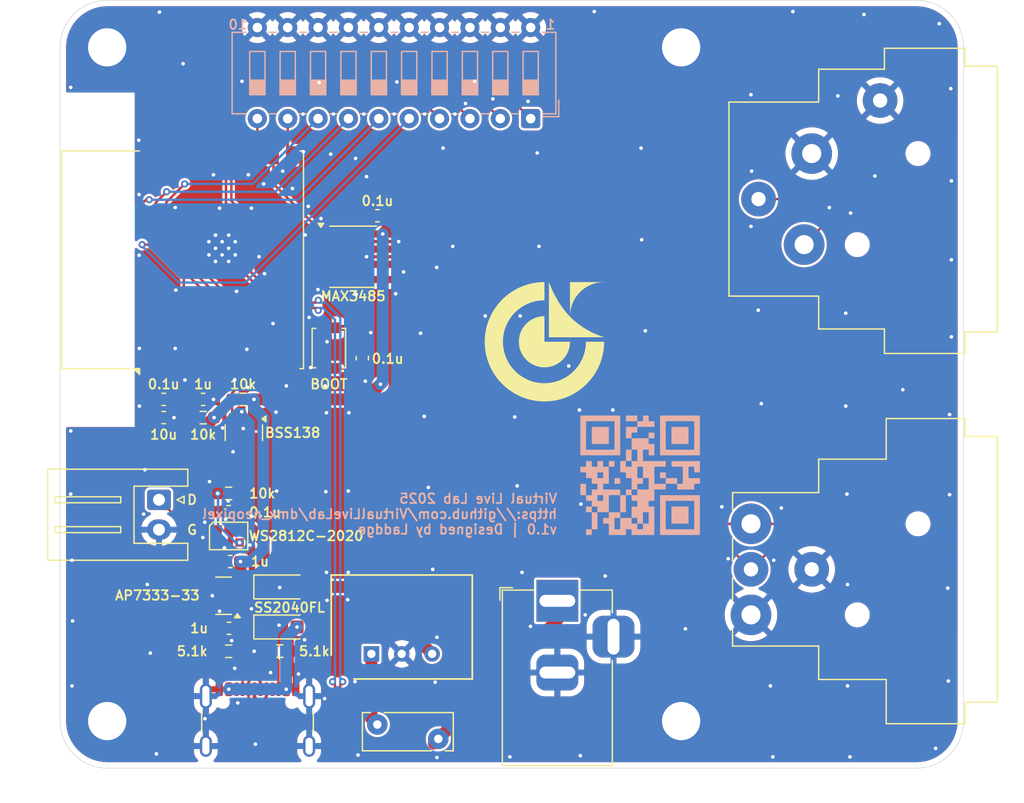
<source format=kicad_pcb>
(kicad_pcb (version 20241229) (generator "pcbnew") (generator_version "9.0")
  (layers (0 "F.Cu" signal) (2 "B.Cu" signal) (13 "F.Paste" user) (15 "B.Paste" user) (5 "F.SilkS" user "F.Silkscreen") (7 "B.SilkS" user "B.Silkscreen") (1 "F.Mask" user) (3 "B.Mask" user) (25 "Edge.Cuts" user))
  (net 0 "")
  (net 1 "+5V")
  (net 2 "GND")
  (net 3 "+3.3V")
  (net 4 "Net-(D1-A)")
  (net 5 "Net-(D2-A)")
  (net 6 "Net-(D3-DIN)")
  (net 7 "Net-(D3-DOUT)")
  (net 8 "Net-(U3-EN)")
  (net 9 "+12V")
  (net 10 "USB_D+")
  (net 11 "Net-(U1-Vin)")
  (net 13 "USB_D-")
  (net 14 "Net-(J2-CC2)")
  (net 16 "Net-(J2-CC1)")
  (net 17 "SW_1")
  (net 18 "BOOT")
  (net 19 "LED_DATA")
  (net 20 "SW_4")
  (net 21 "SW_3")
  (net 22 "SW_2")
  (net 23 "SW_7")
  (net 24 "SW_5")
  (net 25 "SW_9")
  (net 26 "SW_8")
  (net 27 "SW_6")
  (net 28 "SW_10")
  (net 29 "DMX_IN")
  (net 31 "DMX_D+")
  (net 32 "DMX_D-")
  (footprint "Capacitor_SMD:C_0603_1608Metric_Pad1.08x0.95mm_HandSolder" (layer "F.Cu") (at 123.063 114.157 180)
    (property "Reference" "C6" (hide yes))
    (property "Value" "1u")
  )
  (footprint "Capacitor_SMD:C_0603_1608Metric_Pad1.08x0.95mm_HandSolder" (layer "F.Cu") (at 117.5015 102.108)
    (property "Reference" "C4" (hide yes))
    (property "Value" "10u")
  )
  (footprint "Package_TO_SOT_SMD:SOT-23" (layer "F.Cu") (at 124.206 103.378 -90)
    (property "Reference" "Q1" (hide yes))
    (property "Value" "BSS138")
  )
  (footprint "Package_SIP:SIP3_11.6x8.5mm" (layer "F.Cu") (at 134.874 121.884)
    (property "Reference" "U1" (hide yes))
    (property "Value" "BP5293-50")
  )
  (footprint "Connector_Audio:Jack_XLR_Neutrik_NC3MAH_Horizontal" (layer "F.Cu") (at 166.624 118.618 90)
    (property "Reference" "J4" (hide yes))
    (property "Value" "NC3MAH")
  )
  (footprint "Capacitor_SMD:C_0603_1608Metric_Pad1.08x0.95mm_HandSolder" (layer "F.Cu") (at 120.8035 100.584)
    (property "Reference" "C7" (hide yes))
    (property "Value" "1u")
  )
  (footprint "MountingHole:MountingHole_3.2mm_M3_Pad_TopBottom" (layer "F.Cu") (at 160.782 127.508)
    (property "Reference" "H3" (hide yes))
    (property "Value" "MountingHole_Pad")
  )
  (footprint "Package_SO:SOIC-8_3.9x4.9mm_P1.27mm" (layer "F.Cu") (at 133.35 88.646)
    (property "Reference" "U4" (hide yes))
    (property "Value" "MAX3485")
  )
  (footprint "Connector_BarrelJack:BarrelJack_Horizontal" (layer "F.Cu") (at 150.4265 117.444 90)
    (property "Reference" "J1" (hide yes))
    (property "Value" "Jack-DC")
  )
  (footprint "Button_Switch_SMD:SW_SPST_B3U-1000P" (layer "F.Cu") (at 131.318 96.291 -90)
    (property "Reference" "SW1" (hide yes))
    (property "Value" "SW_Push")
  )
  (footprint "Resistor_SMD:R_0603_1608Metric_Pad0.98x0.95mm_HandSolder" (layer "F.Cu") (at 124.14 100.584 180)
    (property "Reference" "R3" (hide yes))
    (property "Value" "10k")
  )
  (footprint "Resistor_SMD:R_0603_1608Metric_Pad0.98x0.95mm_HandSolder" (layer "F.Cu") (at 127.2215 121.65)
    (property "Reference" "R2" (hide yes))
    (property "Value" "5.1k")
  )
  (footprint "MountingHole:MountingHole_3.2mm_M3_Pad_TopBottom" (layer "F.Cu") (at 112.776 71.12)
    (property "Reference" "H1" (hide yes))
    (property "Value" "MountingHole_Pad")
  )
  (footprint "Connector_Audio:Jack_XLR_Neutrik_NC3FAH2_Horizontal" (layer "F.Cu") (at 171.704 80.01)
    (property "Reference" "J5" (hide yes))
    (property "Value" "NC3FAH2")
  )
  (footprint "Resistor_SMD:R_0603_1608Metric_Pad0.98x0.95mm_HandSolder" (layer "F.Cu") (at 122.936 108.458 180)
    (property "Reference" "R4" (hide yes))
    (property "Value" "10k")
  )
  (footprint "Capacitor_SMD:C_0603_1608Metric_Pad1.08x0.95mm_HandSolder" (layer "F.Cu") (at 122.9625 119.745 180)
    (property "Reference" "C3" (hide yes))
    (property "Value" "1u")
  )
  (footprint "Fuse:Fuse_Bourns_MF-RHT050" (layer "F.Cu") (at 140.472 128.997 180)
    (property "Reference" "F1" (hide yes))
    (property "Value" "MF-R050")
  )
  (footprint "Connector_JST:JST_XH_S2B-XH-A_1x02_P2.50mm_Horizontal" (layer "F.Cu") (at 117.11 108.986 -90)
    (property "Reference" "J3" (hide yes))
    (property "Value" "Conn_01x02_Pin")
  )
  (footprint "Diode_SMD:D_SOD-123F" (layer "F.Cu") (at 127.254 119.634)
    (property "Reference" "D1" (hide yes))
    (property "Value" "SS2040FL")
  )
  (footprint "Resistor_SMD:R_0603_1608Metric_Pad0.98x0.95mm_HandSolder" (layer "F.Cu") (at 122.936 121.666 180)
    (property "Reference" "R1" (hide yes))
    (property "Value" "5.1k")
  )
  (footprint "LED_SMD:LED_WS2812B-2020_PLCC4_2.0x2.0mm" (layer "F.Cu") (at 122.936 112.014)
    (property "Reference" "D3" (hide yes))
    (property "Value" "WS2812C-2020")
  )
  (footprint "Library:vll_logo" (layer "F.Cu") (at 149.352 95.758)
    (property "Reference" "G***" (hide yes))
    (property "Value" "LOGO" (hide yes))
  )
  (footprint "Capacitor_SMD:C_0603_1608Metric_Pad1.08x0.95mm_HandSolder" (layer "F.Cu") (at 117.5015 100.584)
    (property "Reference" "C5" (hide yes))
    (property "Value" "0.1u")
  )
  (footprint "Capacitor_SMD:C_0603_1608Metric_Pad1.08x0.95mm_HandSolder" (layer "F.Cu") (at 134.112 97.1285 -90)
    (property "Reference" "C1" (hide yes))
    (property "Value" "0.1u")
  )
  (footprint "Diode_SMD:D_SOD-123F" (layer "F.Cu") (at 127.254 116.284)
    (property "Reference" "D2" (hide yes))
    (property "Value" "SS2040FL")
  )
  (footprint "RF_Module:ESP32-C3-WROOM-02" (layer "F.Cu") (at 122.186 88.9 90)
    (property "Reference" "U3" (hide yes))
    (property "Value" "ESP32-C3-WROOM-02")
  )
  (footprint "Resistor_SMD:R_0603_1608Metric_Pad0.98x0.95mm_HandSolder" (layer "F.Cu") (at 120.8035 102.108 180)
    (property "Reference" "R5" (hide yes))
    (property "Value" "10k")
  )
  (footprint "Package_TO_SOT_SMD:SOT-23" (layer "F.Cu") (at 122.5065 117.017 180)
    (property "Reference" "U2" (hide yes))
    (property "Value" "AP7333-33SA")
  )
  (footprint "MountingHole:MountingHole_3.2mm_M3_Pad_TopBottom" (layer "F.Cu") (at 112.776 127.508)
    (property "Reference" "H4" (hide yes))
    (property "Value" "MountingHole_Pad")
  )
  (footprint "Connector_USB:USB_C_Receptacle_GCT_USB4105-xx-A_16P_TopMnt_Horizontal" (layer "F.Cu") (at 125.349 128.524)
    (property "Reference" "J2" (hide yes))
    (property "Value" "USB_C_Receptacle_USB2.0_16P")
  )
  (footprint "Capacitor_SMD:C_0603_1608Metric_Pad1.08x0.95mm_HandSolder" (layer "F.Cu") (at 135.382 85.217)
    (property "Reference" "C8" (hide yes))
    (property "Value" "0.1u")
  )
  (footprint "MountingHole:MountingHole_3.2mm_M3_Pad_TopBottom" (layer "F.Cu") (at 160.782 71.12)
    (property "Reference" "H2" (hide yes))
    (property "Value" "MountingHole_Pad")
  )
  (footprint "Capacitor_SMD:C_0603_1608Metric_Pad1.08x0.95mm_HandSolder" (layer "F.Cu") (at 122.936 109.982)
    (property "Reference" "C2" (hide yes))
    (property "Value" "0.1u")
  )
  (footprint "QRCODE" (layer "B.Cu") (at 162.353 101.934 180)
    (property "Reference" "")
    (property "Value" "http://LDDG.ME/VLLD2N")
  )
  (footprint "Button_Switch_THT:SW_DIP_SPSTx10_Slide_6.7x26.96mm_W7.62mm_P2.54mm_LowProfile" (layer "B.Cu") (at 148.1965 77.084 90)
    (property "Reference" "SW2" (hide yes))
    (property "Value" "SW_DIP_x10")
  )
  (gr_arc (start 184.404 127.508) (mid 183.250879 130.291879) (end 180.467 131.445) (stroke (width 0.05)) (layer "Edge.Cuts"))
  (gr_line (start 108.839 71.12) (end 108.839 127.508) (stroke (width 0.05)) (layer "Edge.Cuts"))
  (gr_line (start 180.467 131.445) (end 112.776 131.445) (stroke (width 0.05)) (layer "Edge.Cuts"))
  (gr_line (start 184.414121 71.12) (end 184.403999 127.507999) (stroke (width 0.05)) (layer "Edge.Cuts"))
  (gr_line (start 112.776 67.183) (end 180.4771 67.183) (stroke (width 0.05)) (layer "Edge.Cuts"))
  (gr_arc (start 112.776 131.445) (mid 109.992121 130.291879) (end 108.839 127.508) (stroke (width 0.05)) (layer "Edge.Cuts"))
  (gr_arc (start 108.839 71.12) (mid 109.992121 68.336121) (end 112.776 67.183) (stroke (width 0.05)) (layer "Edge.Cuts"))
  (gr_arc (start 180.477121 67.183) (mid 183.261 68.336121) (end 184.414121 71.12) (stroke (width 0.05)) (layer "Edge.Cuts"))
  (gr_text "MAX3485" (at 133.35 91.948 0) (layer "F.SilkS") (effects (font (size 0.8 0.8))))
  (gr_text "G" (at 119.38 111.506 0) (layer "F.SilkS") (effects (font (size 0.8 0.8)) (justify left)))
  (gr_text "10k" (at 124.14 99.314 0) (layer "F.SilkS") (effects (font (size 0.8 0.8))))
  (gr_text "BOOT" (at 131.318 99.314 0) (layer "F.SilkS") (effects (font (size 0.8 0.8) (thickness 0.15) (bold yes))))
  (gr_text "10k" (at 124.5616 108.458 0) (layer "F.SilkS") (effects (font (size 0.8 0.8)) (justify left)))
  (gr_text "AP7333-33" (at 120.5992 116.9924 0) (layer "F.SilkS") (effects (font (size 0.8 0.8)) (justify right)))
  (gr_text "10k" (at 120.8024 103.5304 0) (layer "F.SilkS") (effects (font (size 0.8 0.8))))
  (gr_text "D" (at 119.38 108.986 0) (layer "F.SilkS") (effects (font (size 0.8 0.8)) (justify left)))
  (gr_text "BSS138" (at 125.8824 103.378 0) (layer "F.SilkS") (effects (font (size 0.8 0.8)) (justify left)))
  (gr_text "5.1k" (at 121.2596 121.666 0) (layer "F.SilkS") (effects (font (size 0.8 0.8)) (justify right)))
  (gr_text "0.1u" (at 117.5004 99.314 0) (layer "F.SilkS") (effects (font (size 0.8 0.8))))
  (gr_text "1u" (at 124.714 114.1476 0) (layer "F.SilkS") (effects (font (size 0.8 0.8)) (justify left)))
  (gr_text "5.1k" (at 130.0988 121.666 0) (layer "F.SilkS") (effects (font (size 0.8 0.8))))
  (gr_text "1u" (at 120.8024 99.314 0) (layer "F.SilkS") (effects (font (size 0.8 0.8))))
  (gr_text "0.1u" (at 134.8232 97.1804 0) (layer "F.SilkS") (effects (font (size 0.8 0.8)) (justify left)))
  (gr_text "10u" (at 117.5004 103.5304 0) (layer "F.SilkS") (effects (font (size 0.8 0.8))))
  (gr_text "0.1u" (at 124.5616 110.0328 0) (layer "F.SilkS") (effects (font (size 0.8 0.8)) (justify left)))
  (gr_text "SS2040FL" (at 124.968 118.0084 0) (layer "F.SilkS") (effects (font (size 0.8 0.8)) (justify left)))
  (gr_text "1u" (at 121.3104 119.7356 0) (layer "F.SilkS") (effects (font (size 0.8 0.8)) (justify right)))
  (gr_text "0.1u" (at 135.382 83.9724 0) (layer "F.SilkS") (effects (font (size 0.8 0.8))))
  (gr_text "WS2812C-2020" (at 124.536 112.014 0) (layer "F.SilkS") (effects (font (size 0.8 0.8)) (justify left)))
  (gr_text "Virtual Live Lab 2025\nhttps://github.com/VirtualLiveLab/dmx_neopixel\nv1.0 | Designed by Laddge" (at 150.495 111.934 0) (layer "B.SilkS") (effects (font (size 0.8 0.8) (thickness 0.15) (bold yes)) (justify left bottom mirror)))
  (gr_text "10" (at 123.698 69.215 0) (layer "B.SilkS") (effects (font (size 0.8 0.8)) (justify mirror)))
  (gr_text "1" (at 149.86 69.215 0) (layer "B.SilkS") (effects (font (size 0.8 0.8)) (justify mirror)))
  (segment (start 123.7985 111.4115) (end 123.851 111.464) (width 1) (layer "F.Cu") (net 1))
  (segment (start 124.853 111.464) (end 125.854 112.465) (width 1) (layer "F.Cu") (net 1))
  (segment (start 123.825 119.745) (end 123.825 118.348) (width 1) (layer "F.Cu") (net 1))
  (segment (start 123.8485 108.458) (end 123.8485 109.932) (width 1) (layer "F.Cu") (net 1))
  (segment (start 123.851 111.464) (end 124.853 111.464) (width 1) (layer "F.Cu") (net 1))
  (segment (start 125.854 116.284) (end 125.854 119.634) (width 1) (layer "F.Cu") (net 1))
  (segment (start 125.854 112.465) (end 125.854 116.284) (width 1) (layer "F.Cu") (net 1))
  (segment (start 123.936 119.634) (end 123.825 119.745) (width 1) (layer "F.Cu") (net 1))
  (segment (start 123.8485 109.932) (end 123.7985 109.982) (width 1) (layer "F.Cu") (net 1))
  (segment (start 123.825 118.348) (end 123.444 117.967) (width 1) (layer "F.Cu") (net 1))
  (segment (start 125.854 119.634) (end 123.936 119.634) (width 1) (layer "F.Cu") (net 1))
  (segment (start 123.7985 109.982) (end 123.7985 111.4115) (width 1) (layer "F.Cu") (net 1))
  (segment (start 122.567 102.8326) (end 122.567 101.485) (width 0.3) (layer "F.Cu") (net 2))
  (segment (start 122.8985 109.093) (end 122.8985 109.157) (width 0.4) (layer "F.Cu") (net 2))
  (segment (start 122.428 102.9716) (end 122.567 102.8326) (width 0.3) (layer "F.Cu") (net 2))
  (segment (start 122.0735 109.982) (end 122.0735 110.0085) (width 0.4) (layer "F.Cu") (net 2))
  (segment (start 122.0735 110.0085) (end 122.682 110.617) (width 0.4) (layer "F.Cu") (net 2))
  (segment (start 122.567 101.485) (end 121.666 100.584) (width 0.3) (layer "F.Cu") (net 2))
  (segment (start 122.8985 109.157) (end 122.0735 109.982) (width 0.4) (layer "F.Cu") (net 2))
  (via (at 148.1836 119.5832) (size 0.6) (drill 0.3) (layers "F.Cu" "B.Cu") (net 2))
  (via (at 137.5664 89.916) (size 0.6) (drill 0.3) (layers "F.Cu" "B.Cu") (net 2))
  (via (at 176.9872 81.8896) (size 0.6) (drill 0.3) (layers "F.Cu" "B.Cu") (net 2))
  (via (at 131.1148 115.062) (size 0.6) (drill 0.3) (layers "F.Cu" "B.Cu") (net 2))
  (via (at 173.1772 84.5312) (size 0.6) (drill 0.3) (layers "F.Cu" "B.Cu") (net 2))
  (via (at 183.2356 101.854) (size 0.6) (drill 0.3) (layers "F.Cu" "B.Cu") (net 2))
  (via (at 115.4176 78.8924) (size 0.6) (drill 0.3) (layers "F.Cu" "B.Cu") (net 2))
  (via (at 138.9888 95.0468) (size 0.6) (drill 0.3) (layers "F.Cu" "B.Cu") (net 2))
  (via (at 148.8948 87.7824) (size 0.6) (drill 0.3) (layers "F.Cu" "B.Cu") (net 2))
  (via (at 141.6812 87.7824) (size 0.6) (drill 0.3) (layers "F.Cu" "B.Cu") (net 2))
  (via (at 140.335 89.535) (size 0.6) (drill 0.3) (layers "F.Cu" "B.Cu") (net 2))
  (via (at 179.324 99.7712) (size 0.6) (drill 0.3) (layers "F.Cu" "B.Cu") (net 2))
  (via (at 118.4656 96.3168) (size 0.6) (drill 0.3) (layers "F.Cu" "B.Cu") (net 2))
  (via (at 122.174 84.582) (size 0.6) (drill 0.3) (layers "F.Cu" "B.Cu") (net 2))
  (via (at 174.7012 116.078) (size 0.6) (drill 0.3) (layers "F.Cu" "B.Cu") (net 2))
  (via (at 133.5024 124.206) (size 0.6) (drill 0.3) (layers "F.Cu" "B.Cu") (net 2))
  (via (at 125.0696 121.666) (size 0.6) (drill 0.3) (layers "F.Cu" "B.Cu") (net 2))
  (via (at 124.033 101.616) (size 0.6) (drill 0.3) (layers "F.Cu" "B.Cu") (net 2))
  (via (at 155.067 101.473) (size 0.6) (drill 0.3) (layers "F.Cu" "B.Cu") (net 2))
  (via (at 122.8985 109.093) (size 0.5) (drill 0.3) (layers "F.Cu" "B.Cu") (net 2))
  (via (at 140.208 124.2568) (size 0.6) (drill 0.3) (layers "F.Cu" "B.Cu") (net 2))
  (via (at 157.48 87.2236) (size 0.6) (drill 0.3) (layers "F.Cu" "B.Cu") (net 2))
  (via (at 126.4412 123.444) (size 0.6) (drill 0.3) (layers "F.Cu" "B.Cu") (net 2))
  (via (at 131.699 76.708) (size 0.6) (drill 0.3) (layers "F.Cu" "B.Cu") (net 2))
  (via (at 129.1844 79.8576) (size 0.6) (drill 0.3) (layers "F.Cu" "B.Cu") (net 2))
  (via (at 137.0076 74.0156) (size 0.6) (drill 0.3) (layers "F.Cu" "B.Cu") (net 2))
  (via (at 147.4724 115.062) (size 0.6) (drill 0.3) (layers "F.Cu" "B.Cu") (net 2))
  (via (at 124.46 96.393) (size 0.6) (drill 0.3) (layers "F.Cu" "B.Cu") (net 2))
  (via (at 129.5908 84.4296) (size 0.6) (drill 0.3) (layers "F.Cu" "B.Cu") (net 2))
  (via (at 118.4656 84.5312) (size 0.6) (drill 0.3) (layers "F.Cu" "B.Cu") (net 2))
  (via (at 131.064 108.3056) (size 0.6) (drill 0.3) (layers "F.Cu" "B.Cu") (net 2))
  (via (at 174.5488 93.3704) (size 0.6) (drill 0.3) (layers "F.Cu" "B.Cu") (net 2))
  (via (at 120.9548 127.3048) (size 0.6) (drill 0.3) (layers "F.Cu" "B.Cu") (net 2))
  (via (at 151.384 97.79) (size 0.6) (drill 0.3) (layers "F.Cu" "B.Cu") (net 2))
  (via (at 182.0672 129.794) (size 0.6) (drill 0.3) (layers "F.Cu" "B.Cu") (net 2))
  (via (at 124.8316 110.363) (size 0.6) (drill 0.3) (layers "F.Cu" "B.Cu") (net 2))
  (via (at 109.728 103.2256) (size 0.6) (drill 0.3) (layers "F.Cu" "B.Cu") (net 2))
  (via (at 133.7564 130.3528) (size 0.6) (drill 0.3) (layers "F.Cu" "B.Cu") (net 2))
  (via (at 116.8908 130.2512) (size 0.6) (drill 0.3) (layers "F.Cu" "B.Cu") (net 2))
  (via (at 139.2936 102.0064) (size 0.6) (drill 0.3) (layers "F.Cu" "B.Cu") (net 2))
  (via (at 131.1148 101.7016) (size 0.6) (drill 0.3) (layers "F.Cu" "B.Cu") (net 2))
  (via (at 136.906 91.7448) (size 0.6) (drill 0.3) (layers "F.Cu" "B.Cu") (net 2))
  (via (at 134.4676 81.9404) (size 0.6) (drill 0.3) (layers "F.Cu" "B.Cu") (net 2))
  (via (at 133.604 91.7956) (size 0.6) (drill 0.3) (layers "F.Cu" "B.Cu") (net 2))
  (via (at 122.682 110.617) (size 0.6) (drill 0.3) (layers "F.Cu" "B.Cu") (net 2))
  (via (at 148.7424 79.9592) (size 0.6) (drill 0.3) (layers "F.Cu" "B.Cu") (net 2))
  (via (at 109.728 74.4728) (size 0.6) (drill 0.3) (layers "F.Cu" "B.Cu") (net 2))
  (via (at 124.1552 103.0224) (size 0.6) (drill 0.3) (layers "F.Cu" "B.Cu") (net 2))
  (via (at 120.777 112.141) (size 0.6) (drill 0.3) (layers "F.Cu" "B.Cu") (net 2))
  (via (at 129.667 93.726) (size 0.6) (drill 0.3) (layers "F.Cu" "B.Cu") (net 2))
  (via (at 140.8684 79.5528) (size 0.6) (drill 0.3) (layers "F.Cu" "B.Cu") (net 2))
  (via (at 124.714 112.776) (size 0.6) (drill 0.3) (layers "F.Cu" "B.Cu") (net 2))
  (via (at 147.9804 75.6412) (size 0.6) (drill 0.3) (layers "F.Cu" "B.Cu") (net 2))
  (via (at 122.428 102.9716) (size 0.6) (drill 0.3) (layers "F.Cu" "B.Cu") (net 2))
  (via (at 122.582 113.004) (size 0.6) (drill 0.3) (layers "F.Cu" "B.Cu") (net 2))
  (via (at 121.666 81.788) (size 0.6) (drill 0.3) (layers "F.Cu" "B.Cu") (net 2))
  (via (at 146.8628 102.0572) (size 0.6) (drill 0.3) (layers "F.Cu" "B.Cu") (net 2))
  (via (at 152.7556 118.618) (size 0.6) (drill 0.3) (layers "F.Cu" "B.Cu") (net 2))
  (via (at 170.1292 68.1228) (size 0.6) (drill 0.3) (layers "F.Cu" "B.Cu") (net 2))
  (via (at 168.529 114.046) (size 0.6) (drill 0.3) (layers "F.Cu" "B.Cu") (net 2))
  (via (at 132.9436 115.062) (size 0.6) (drill 0.3) (layers "F.Cu" "B.Cu") (net 2))
  (via (at 130.9624 125.6284) (size 0.6) (drill 0.3) (layers "F.Cu" "B.Cu") (net 2))
  (via (at 168.4528 130.5052) (size 0.6) (drill 0.3) (layers "F.Cu" "B.Cu") (net 2))
  (via (at 140.0048 114.808) (size 0.6) (drill 0.3) (layers "F.Cu" "B.Cu") (net 2))
  (via (at 131.1656 117.3988) (size 0.6) (drill 0.3) (layers "F.Cu" "B.Cu") (net 2))
  (via (at 166.624 75.0824) (size 0.6) (drill 0.3) (layers "F.Cu" "B.Cu") (net 2))
  (via (at 126.8984 101.6508) (size 0.6) (drill 0.3) (layers "F.Cu" "B.Cu") (net 2))
  (via (at 125.476 88.646) (size 0.6) (drill 0.3) (layers "F.Cu" "B.Cu") (net 2))
  (via (at 143.51 73.9648) (size 0.6) (drill 0.3) (layers "F.Cu" "B.Cu") (net 2))
  (via (at 124.587 81.788) (size 0.6) (drill 0.3) (layers "F.Cu" "B.Cu") (net 2))
  (via (at 145.034 75.438) (size 0.6) (drill 0.3) (layers "F.Cu" "B.Cu") (net 2))
  (via (at 176.0728 68.3768) (size 0.6) (drill 0.3) (layers "F.Cu" "B.Cu") (net 2))
  (via (at 124.0536 73.9648) (size 0.6) (drill 0.3) (layers "F.Cu" "B.Cu") (net 2))
  (via (at 122.174 118.3132) (size 0.6) (drill 0.3) (layers "F.Cu" "B.Cu") (net 2))
  (via (at 127.1524 119.4816) (size 0.6) (drill 0.3) (layers "F.Cu" "B.Cu") (net 2))
  (via (at 124.841 118.11) (size 0.6) (drill 0.3) (layers "F.Cu" "B.Cu") (net 2))
  (via (at 164.719 113.919) (size 0.6) (drill 0.3) (layers "F.Cu" "B.Cu") (net 2))
  (via (at 127.2032 116.332) (size 0.6) (drill 0.3) (layers "F.Cu" "B.Cu") (net 2))
  (via (at 169.164 109.6772) (size 0.6) (drill 0.3) (layers "F.Cu" "B.Cu") (net 2))
  (via (at 133.5532 80.4164) (size 0.6) (drill 0.3) (layers "F.Cu" "B.Cu") (net 2))
  (via (at 147.32 93.599) (size 0.6) (drill 0.3) (layers "F.Cu" "B.Cu") (net 2))
  (via (at 131.4704 80.0608) (size 0.6) (drill 0.3) (layers "F.Cu" "B.Cu") (net 2))
  (via (at 109.8296 124.5616) (size 0.6) (drill 0.3) (layers "F.Cu" "B.Cu") (net 2))
  (via (at 129.794 97.917) (size 0.6) (drill 0.3) (layers "F.Cu" "B.Cu") (net 2))
  (via (at 134.8232 94.996) (size 0.6) (drill 0.3) (layers "F.Cu" "B.Cu") (net 2))
  (via (at 183.2356 108.5596) (size 0.6) (drill 0.3) (layers "F.Cu" "B.Cu") (net 2))
  (via (at 121.666 100.584) (size 0.5) (drill 0.3) (layers "F.Cu" "B.Cu") (net 2))
  (via (at 161.1376 119.7864) (size 0.6) (drill 0.3) (layers "F.Cu" "B.Cu") (net 2))
  (via (at 132.8928 117.348) (size 0.6) (drill 0.3) (layers "F.Cu" "B.Cu") (net 2))
  (via (at 174.9552 84.9884) (size 0.6) (drill 0.3) (layers "F.Cu" "B.Cu") (net 2))
  (via (at 119.2784 98.9584) (size 0.6) (drill 0.3) (layers "F.Cu" "B.Cu") (net 2))
  (via (at 129.159 76.708) (size 0.6) (drill 0.3) (layers "F.Cu" "B.Cu") (net 2))
  (via (at 115.4684 96.3168) (size 0.6) (drill 0.3) (layers "F.Cu" "B.Cu") (net 2))
  (via (at 116.1288 116.078) (size 0.6) (drill 0.3) (layers "F.Cu" "B.Cu") (net 2))
  (via (at 157.7848 94.8436) (size 0.6) (drill 0.3) (layers "F.Cu" "B.Cu") (net 2))
  (via (at 174.6504 108.5088) (size 0.6) (drill 0.3) (layers "F.Cu" "B.Cu") (net 2))
  (via (at 174.5488 101.1428) (size 0.6) (drill 0.3) (layers "F.Cu" "B.Cu") (net 2))
  (via (at 125.857 82.55) (size 0.6) (drill 0.3) (layers "F.Cu" "B.Cu") (net 2))
  (via (at 131.1656 95.758) (size 0.6) (drill 0.3) (layers "F.Cu" "B.Cu") (net 2))
  (via (at 115.4684 101.1428) (size 0.6) (drill 0.3) (layers "F.Cu" "B.Cu") (net 2))
  (via (at 157.4292 79.5528) (size 0.6) (drill 0.3) (layers "F.Cu" "B.Cu") (net 2))
  (via (at 131.008 99.454) (size 0.6) (drill 0.3) (layers "F.Cu" "B.Cu") (net 2))
  (via (at 166.6748 81.4832) (size 0.6) (drill 0.3) (layers "F.Cu" "B.Cu") (net 2))
  (via (at 168.2496 124.5616) (size 0.6) (drill 0.3) (layers "F.Cu" "B.Cu") (net 2))
  (via (at 166.624 86.106) (size 0.6) (drill 0.3) (layers "F.Cu" "B.Cu") (net 2))
  (via (at 128.778 123.571) (size 0.5) (drill 0.3) (layers "F.Cu" "B.Cu") (net 2))
  (via (at 182.372 69.1388) (size 0.6) (drill 0.3) (layers "F.Cu" "B.Cu") (net 2))
  (via (at 109.8296 114.046) (size 0.6) (drill 0.3) (layers "F.Cu" "B.Cu") (net 2))
  (via (at 109.8804 119.126) (size 0.6) (drill 0.3) (layers "F.Cu" "B.Cu") (net 2))
  (via (at 136.779 76.708) (size 0.6) (drill 0.3) (layers "F.Cu" "B.Cu") (net 2))
  (via (at 167.4876 100.9396) (size 0.6) (drill 0.3) (layers "F.Cu" "B.Cu") (net 2))
  (via (at 130.5052 74.0664) (size 0.6) (drill 0.3) (layers "F.Cu" "B.Cu") (net 2))
  (via (at 147.066 107.823) (size 0.6) (drill 0.3) (layers "F.Cu" "B.Cu") (net 2))
  (via (at 183.134 124.1552) (size 0.6) (drill 0.3) (layers "F.Cu" "B.Cu") (net 2))
  (via (at 129.286 120.7008) (size 0.6) (drill 0.3) (layers "F.Cu" "B.Cu") (net 2))
  (via (at 123.306 104.967) (size 0.6) (drill 0.3) (layers "F.Cu" "B.Cu") (net 2))
  (via (at 167.2336 93.1164) (size 0.6) (drill 0.3) (layers "F.Cu" "B.Cu") (net 2))
  (via (at 153.5176 68.1228) (size 0.6) (drill 0.3) (layers "F.Cu" "B.Cu") (net 2))
  (via (at 120.941 110.864) (size 0.6) (drill 0.3) (layers "F.Cu" "B.Cu") (net 2))
  (via (at 154.432 115.3668) (size 0.6) (drill 0.3) (layers "F.Cu" "B.Cu") (net 2))
  (via (at 141.859 76.708) (size 0.6) (drill 0.3) (layers "F.Cu" "B.Cu") (net 2))
  (via (at 118.5164 91.44) (size 0.6) (drill 0.3) (layers "F.Cu" "B.Cu") (net 2))
  (via (at 123.698 125.984) (size 0.6) (drill 0.3) (layers "F.Cu" "B.Cu") (net 2))
  (via (at 183.0832 116.3828) (size 0.6) (drill 0.3) (layers "F.Cu" "B.Cu") (net 2))
  (via (at 109.728 108.5088) (size 0.6) (drill 0.3) (layers "F.Cu" "B.Cu") (net 2))
  (via (at 129.3368 86.8172) (size 0.6) (drill 0.3) (layers "F.Cu" "B.Cu") (net 2))
  (via (at 140.3604 130.556) (size 0.6) (drill 0.3) (layers "F.Cu" "B.Cu") (net 2))
  (via (at 139.639903 107.95) (size 0.6) (drill 0.3) (layers "F.Cu" "B.Cu") (net 2))
  (via (at 130.4036 91.3892) (size 0.6) (drill 0.3) (layers "F.Cu" "B.Cu") (net 2))
  (via (at 142.748 75.819) (size 0.6) (drill 0.3) (layers "F.Cu" "B.Cu") (net 2))
  (via (at 134.366 99.06) (size 0.6) (drill 0.3) (layers "F.Cu" "B.Cu") (net 2))
  (via (at 127.4572 81.4832) (size 0.6) (drill 0.3) (layers "F.Cu" "B.Cu") (net 2))
  (via (at 121.337 107.467) (size 0.6) (drill 0.3) (layers "F.Cu" "B.Cu") (net 2))
  (via (at 123.444 123.0884) (size 0.6) (drill 0.3) (layers "F.Cu" "B.Cu") (net 2))
  (via (at 127.761 99.454) (size 0.6) (drill 0.3) (layers "F.Cu" "B.Cu") (net 2))
  (via (at 118.364 102.108) (size 0.5) (drill 0.3) (layers "F.Cu" "B.Cu") (net 2))
  (via (at 123.444 98.933) (size 0.6) (drill 0.3) (layers "F.Cu" "B.Cu") (net 2))
  (via (at 123.5964 91.5416) (size 0.6) (drill 0.3) (layers "F.Cu" "B.Cu") (net 2))
  (via (at 183.388 95.3516) (size 0.6) (drill 0.3) (layers "F.Cu" "B.Cu") (net 2))
  (via (at 124.841 84.582) (size 0.6) (drill 0.3) (layers "F.Cu" "B.Cu") (net 2))
  (via (at 140.3604 120.4976) (size 0.6) (drill 0.3) (layers "F.Cu" "B.Cu") (net 2))
  (via (at 115.443 88.519) (size 0.6) (drill 0.3) (layers "F.Cu" "B.Cu") (net 2))
  (via (at 137.16 87.376) (size 0.6) (drill 0.3) (layers "F.Cu" "B.Cu") (net 2))
  (via (at 152.4 109.347) (size 0.6) (drill 0.3) (layers "F.Cu" "B.Cu") (net 2))
  (via (at 115.443 83.439) (size 0.6) (drill 0.3) (layers "F.Cu" "B.Cu") (net 2))
  (via (at 119.126 72.4916) (size 0.6) (drill 0.3) (layers "F.Cu" "B.Cu") (net 2))
  (via (at 173.8884 75.184) (size 0.6) (drill 0.3) (layers "F.Cu" "B.Cu") (net 2))
  (via (at 183.3372 74.5744) (size 0.6) (drill 0.3) (layers "F.Cu" "B.Cu") (net 2))
  (via (at 174.9044 130.5052) (size 0.6) (drill 0.3) (layers "F.Cu" "B.Cu") (net 2))
  (via (at 183.388 82.296) (size 0.6) (drill 0.3) (layers "F.Cu" "B.Cu") (net 2))
  (via (at 132.9436 108.2548) (size 0.6) (drill 0.3) (layers "F.Cu" "B.Cu") (net 2))
  (via (at 123.19 120.777) (size 0.6) (drill 0.3) (layers "F.Cu" "B.Cu") (net 2))
  (via (at 128.27 82.931) (size 0.6) (drill 0.3) (layers "F.Cu" "B.Cu") (net 2))
  (via (at 174.7012 124.5616) (size 0.6) (drill 0.3) (layers "F.Cu" "B.Cu") (net 2))
  (via (at 139.319 76.708) (size 0.6) (drill 0.3) (layers "F.Cu" "B.Cu") (net 2))
  (via (at 164.1856 109.5756) (size 0.6) (drill 0.3) (layers "F.Cu" "B.Cu") (net 2))
  (via (at 183.388 88.9) (size 0.6) (drill 0.3) (layers "F.Cu" "B.Cu") (net 2))
  (via (at 126.9492 108.2548) (size 0.6) (drill 0.3) (layers "F.Cu" "B.Cu") (net 2))
  (via (at 152.3492 130.4036) (size 0.6) (drill 0.3) (layers "F.Cu" "B.Cu") (net 2))
  (via (at 115.9256 106.4768) (size 0.6) (drill 0.3) (layers "F.Cu" "B.Cu") (net 2))
  (via (at 125.9332 90.0684) (size 0.6) (drill 0.3) (layers "F.Cu" "B.Cu") (net 2))
  (via (at 126.6444 94.234) (size 0.6) (drill 0.3) (layers "F.Cu" "B.Cu") (net 2))
  (via (at 134.4676 88.646) (size 0.6) (drill 0.3) (layers "F.Cu" "B.Cu") (net 2))
  (via (at 117.1448 68.1736) (size 0.6) (drill 0.3) (layers "F.Cu" "B.Cu") (net 2))
  (via (at 116.3828 121.8184) (size 0.6) (drill 0.3) (layers "F.Cu" "B.Cu") (net 2))
  (via (at 144.399 93.599) (size 0.6) (drill 0.3) (layers "F.Cu" "B.Cu") (net 2))
  (via (at 130.6576 85.4456) (size 0.6) (drill 0.3) (layers "F.Cu" "B.Cu") (net 2))
  (via (at 134.239 76.708) (size 0.6) (drill 0.3) (layers "F.Cu" "B.Cu") (net 2))
  (via (at 124.530528 99.584) (size 0.6) (drill 0.3) (layers "F.Cu" "B.Cu") (net 2))
  (via (at 152.273 101.473) (size 0.6) (drill 0.3) (layers "F.Cu" "B.Cu") (net 2))
  (via (at 125.1712 129.4384) (size 0.6) (drill 0.3) (layers "F.Cu" "B.Cu") (net 2))
  (via (at 121.569 117.017) (size 0.6) (drill 0.3) (layers "F.Cu" "B.Cu") (net 2))
  (via (at 132.9944 101.7016) (size 0.6) (drill 0.3) (layers "F.Cu" "B.Cu") (net 2))
  (via (at 115.824 110.1852) (size 0.6) (drill 0.3) (layers "F.Cu" "B.Cu") (net 2))
  (via (at 146.4564 130.5052) (size 0.6) (drill 0.3) (layers "F.Cu" "B.Cu") (net 2))
  (segment (start 136.2445 85.217) (end 136.2445 86.3215) (width 1) (layer "F.Cu") (net 3))
  (segment (start 121.716 102.108) (end 120.54 103.284) (width 1) (layer "F.Cu") (net 3))
  (segment (start 125.0525 100.584) (end 125.0525 102.403) (width 1) (layer "F.Cu") (net 3))
  (segment (start 120.54 103.284) (end 117.34 103.284) (width 1) (layer "F.Cu") (net 3))
  (segment (start 116.186 100.131) (end 116.639 100.584) (width 1) (layer "F.Cu") (net 3))
  (segment (start 135.636 99.314) (end 134.366 100.584) (width 1) (layer "F.Cu") (net 3))
  (segment (start 136.2445 86.3215) (end 135.825 86.741) (width 1) (layer "F.Cu") (net 3))
  (segment (start 125.0525 102.403) (end 125.09 102.4405) (width 1) (layer "F.Cu") (net 3))
  (segment (start 116.186 97.65) (end 116.186 100.131) (width 1) (layer "F.Cu") (net 3))
  (segment (start 123.5058 116.067) (end 123.9255 115.6473) (width 1) (layer "F.Cu") (net 3))
  (segment (start 116.639 100.584) (end 116.639 102.108) (width 1) (layer "F.Cu") (net 3))
  (segment (start 116.639 102.583) (end 116.639 102.108) (width 1) (layer "F.Cu") (net 3))
  (segment (start 123.444 116.067) (end 123.5058 116.067) (width 1) (layer "F.Cu") (net 3))
  (segment (start 134.366 100.584) (end 125.0525 100.584) (width 1) (layer "F.Cu") (net 3))
  (segment (start 123.9255 115.6473) (end 123.9255 114.157) (width 1) (layer "F.Cu") (net 3))
  (segment (start 117.34 103.284) (end 116.639 102.583) (width 1) (layer "F.Cu") (net 3))
  (via (at 135.825 86.741) (size 0.5) (drill 0.3) (layers "F.Cu" "B.Cu") (net 3))
  (via (at 125.0525 100.584) (size 0.6) (drill 0.3) (layers "F.Cu" "B.Cu") (net 3))
  (via (at 135.636 99.314) (size 0.5) (drill 0.3) (layers "F.Cu" "B.Cu") (net 3))
  (via (at 121.716 102.108) (size 0.6) (drill 0.3) (layers "F.Cu" "B.Cu") (net 3))
  (via (at 123.9255 114.157) (size 0.6) (drill 0.3) (layers "F.Cu" "B.Cu") (net 3))
  (segment (start 135.825 99.125) (end 135.636 99.314) (width 1) (layer "B.Cu") (net 3))
  (segment (start 135.825 86.741) (end 135.825 99.125) (width 1) (layer "B.Cu") (net 3))
  (segment (start 125.0525 100.584) (end 123.24 100.584) (width 1) (layer "B.Cu") (net 3))
  (segment (start 125.8316 102.108) (end 125.0525 101.3289) (width 1) (layer "B.Cu") (net 3))
  (segment (start 123.9255 114.157) (end 124.8062 114.157) (width 1) (layer "B.Cu") (net 3))
  (segment (start 123.24 100.584) (end 121.716 102.108) (width 1) (layer "B.Cu") (net 3))
  (segment (start 125.8316 113.1316) (end 125.8316 102.108) (width 1) (layer "B.Cu") (net 3))
  (segment (start 125.0525 101.3289) (end 125.0525 100.584) (width 1) (layer "B.Cu") (net 3))
  (segment (start 124.8062 114.157) (end 125.8316 113.1316) (width 1) (layer "B.Cu") (net 3))
  (via (at 127.749 124.844) (size 0.6) (drill 0.3) (layers "F.Cu" "B.Cu") (net 4))
  (via (at 128.654 119.634) (size 0.6) (drill 0.3) (layers "F.Cu" "B.Cu") (net 4))
  (via (at 122.949 124.844) (size 0.6) (drill 0.3) (layers "F.Cu" "B.Cu") (net 4))
  (segment (start 127.749 124.844) (end 127.738 124.833) (width 1) (layer "B.Cu") (net 4))
  (segment (start 127.749 124.607) (end 127.515 124.841) (width 1) (layer "B.Cu") (net 4))
  (segment (start 127.738 124.833) (end 127.738 120.55) (width 1) (layer "B.Cu") (net 4))
  (segment (start 127.738 120.55) (end 128.654 119.634) (width 1) (layer "B.Cu") (net 4))
  (segment (start 127.515 124.841) (end 122.952 124.841) (width 1) (layer "B.Cu") (net 4))
  (segment (start 122.952 124.841) (end 122.949 124.844) (width 1) (layer "B.Cu") (net 4))
  (segment (start 127.749 124.844) (end 127.749 124.607) (width 1) (layer "B.Cu") (net 4))
  (segment (start 139.954 121.884) (end 134.354 116.284) (width 1) (layer "F.Cu") (net 5))
  (segment (start 134.354 116.284) (end 128.654 116.284) (width 1) (layer "F.Cu") (net 5))
  (segment (start 122.0235 105.3065) (end 122.0235 108.458) (width 0.2) (layer "F.Cu") (net 6))
  (segment (start 124.206 104.3155) (end 123.0145 104.3155) (width 0.2) (layer "F.Cu") (net 6))
  (segment (start 123.0145 104.3155) (end 122.0235 105.3065) (width 0.2) (layer "F.Cu") (net 6))
  (via (at 122.0235 108.458) (size 0.6) (drill 0.3) (layers "F.Cu" "B.Cu") (net 6))
  (via (at 123.851 112.564) (size 0.6) (drill 0.3) (layers "F.Cu" "B.Cu") (net 6))
  (segment (start 122.047 108.4815) (end 122.047 111.109) (width 0.2) (layer "B.Cu") (net 6))
  (segment (start 122.047 111.109) (end 123.502 112.564) (width 0.2) (layer "B.Cu") (net 6))
  (segment (start 122.0235 108.458) (end 122.047 108.4815) (width 0.2) (layer "B.Cu") (net 6))
  (segment (start 123.502 112.564) (end 123.851 112.564) (width 0.2) (layer "B.Cu") (net 6))
  (segment (start 119.588 111.464) (end 117.11 108.986) (width 0.2) (layer "F.Cu") (net 7))
  (segment (start 122.021 111.464) (end 119.588 111.464) (width 0.2) (layer "F.Cu") (net 7))
  (segment (start 117.686 97.65) (end 117.686 98.329) (width 0.2) (layer "F.Cu") (net 8))
  (segment (start 119.941 100.584) (end 119.941 102.058) (width 0.2) (layer "F.Cu") (net 8))
  (segment (start 117.686 98.329) (end 119.941 100.584) (width 0.2) (layer "F.Cu") (net 8))
  (segment (start 119.941 102.058) (end 119.891 102.108) (width 0.2) (layer "F.Cu") (net 8))
  (segment (start 140.462 129.032) (end 140.106 129.388) (width 1) (layer "F.Cu") (net 9))
  (segment (start 150.4265 119.0425) (end 150.4265 117.444) (width 1) (layer "F.Cu") (net 9))
  (segment (start 140.472 128.997) (end 150.4265 119.0425) (width 1) (layer "F.Cu") (net 9))
  (segment (start 131.825356 125.666446) (end 130.208802 127.283) (width 0.2) (layer "F.Cu") (net 10))
  (segment (start 126.099 125.452824) (end 126.099 124.844) (width 0.2) (layer "F.Cu") (net 10))
  (segment (start 130.208802 127.283) (end 126.331198 127.283) (width 0.2) (layer "F.Cu") (net 10))
  (segment (start 124.362 85.818198) (end 122.711 84.167198) (width 0.2) (layer "F.Cu") (net 10))
  (segment (start 126.331198 127.283) (end 125.049001 126.000803) (width 0.2) (layer "F.Cu") (net 10))
  (segment (start 131.825356 124.411694) (end 131.825356 125.666446) (width 0.2) (layer "F.Cu") (net 10))
  (segment (start 130.429 93.135) (end 130.229001 92.935001) (width 0.2) (layer "F.Cu") (net 10))
  (segment (start 122.711 84.167198) (end 122.711 81.800001) (width 0.2) (layer "F.Cu") (net 10))
  (segment (start 122.711 81.800001) (end 122.186 81.275001) (width 0.2) (layer "F.Cu") (net 10))
  (segment (start 125.088 124.59) (end 125.088 125.198824) (width 0.2) (layer "F.Cu") (net 10))
  (segment (start 125.049001 126.000803) (end 125.049001 124.893999) (width 0.2) (layer "F.Cu") (net 10))
  (segment (start 126.088 125.198824) (end 126.088 124.59) (width 0.2) (layer "F.Cu") (net 10))
  (segment (start 122.186 81.275001) (end 122.186 80.15) (width 0.2) (layer "F.Cu") (net 10))
  (segment (start 125.099 125.452824) (end 125.366176 125.72) (width 0.2) (layer "F.Cu") (net 10))
  (segment (start 124.362 90.136198) (end 124.362 85.818198) (width 0.2) (layer "F.Cu") (net 10))
  (segment (start 130.229001 92.935001) (end 127.160803 92.935001) (width 0.2) (layer "F.Cu") (net 10))
  (segment (start 125.049001 124.893999) (end 125.099 124.844) (width 0.2) (layer "F.Cu") (net 10))
  (segment (start 125.831824 125.72) (end 126.099 125.452824) (width 0.2) (layer "F.Cu") (net 10))
  (segment (start 131.625357 124.211695) (end 131.825356 124.411694) (width 0.2) (layer "F.Cu") (net 10))
  (segment (start 125.099 124.844) (end 125.099 125.452824) (width 0.2) (layer "F.Cu") (net 10))
  (segment (start 127.160803 92.935001) (end 124.362 90.136198) (width 0.2) (layer "F.Cu") (net 10))
  (segment (start 125.366176 125.72) (end 125.831824 125.72) (width 0.2) (layer "F.Cu") (net 10))
  (via (at 131.625357 124.211695) (size 0.6) (drill 0.3) (layers "F.Cu" "B.Cu") (net 10))
  (via (at 130.429 93.135) (size 0.6) (drill 0.3) (layers "F.Cu" "B.Cu") (net 10))
  (segment (start 131.825356 93.916555) (end 130.843802 92.935001) (width 0.2) (layer "B.Cu") (net 10))
  (segment (start 131.825356 124.011696) (end 131.825356 93.916555) (width 0.2) (layer "B.Cu") (net 10))
  (segment (start 131.625357 124.211695) (end 131.825356 124.011696) (width 0.2) (layer "B.Cu") (net 10))
  (segment (start 130.628999 92.935001) (end 130.429 93.135) (width 0.2) (layer "B.Cu") (net 10))
  (segment (start 130.843802 92.935001) (end 130.628999 92.935001) (width 0.2) (layer "B.Cu") (net 10))
  (segment (start 134.874 127.299) (end 135.372 127.797) (width 1) (layer "F.Cu") (net 11))
  (segment (start 134.874 121.884) (end 134.874 127.299) (width 1) (layer "F.Cu") (net 11))
  (segment (start 127.347197 92.484999) (end 124.812 89.949802) (width 0.2) (layer "F.Cu") (net 13))
  (segment (start 124.599 124.844) (end 124.599 124.235176) (width 0.2) (layer "F.Cu") (net 13))
  (segment (start 124.599 126.187198) (end 124.599 124.844) (width 0.2) (layer "F.Cu") (net 13))
  (segment (start 132.475357 124.211695) (end 132.275358 124.411694) (width 0.2) (layer "F.Cu") (net 13))
  (segment (start 132.275358 124.411694) (end 132.275358 125.85284) (width 0.2) (layer "F.Cu") (net 13))
  (segment (start 132.275358 125.85284) (end 130.395198 127.733) (width 0.2) (layer "F.Cu") (net 13))
  (segment (start 130.395198 127.733) (end 126.144802 127.733) (width 0.2) (layer "F.Cu") (net 13))
  (segment (start 123.161 81.800001) (end 123.686 81.275001) (width 0.2) (layer "F.Cu") (net 13))
  (segment (start 125.331824 123.968) (end 125.599 124.235176) (width 0.2) (layer "F.Cu") (net 13))
  (segment (start 124.812 85.631802) (end 123.161 83.980802) (width 0.2) (layer "F.Cu") (net 13))
  (segment (start 130.429 92.285) (end 130.229001 92.484999) (width 0.2) (layer "F.Cu") (net 13))
  (segment (start 126.144802 127.733) (end 124.599 126.187198) (width 0.2) (layer "F.Cu") (net 13))
  (segment (start 124.812 89.949802) (end 124.812 85.631802) (width 0.2) (layer "F.Cu") (net 13))
  (segment (start 124.866176 123.968) (end 125.331824 123.968) (width 0.2) (layer "F.Cu") (net 13))
  (segment (start 123.686 81.275001) (end 123.686 80.15) (width 0.2) (layer "F.Cu") (net 13))
  (segment (start 123.161 83.980802) (end 123.161 81.800001) (width 0.2) (layer "F.Cu") (net 13))
  (segment (start 125.599 124.235176) (end 125.599 124.844) (width 0.2) (layer "F.Cu") (net 13))
  (segment (start 130.229001 92.484999) (end 127.347197 92.484999) (width 0.2) (layer "F.Cu") (net 13))
  (segment (start 124.599 124.235176) (end 124.866176 123.968) (width 0.2) (layer "F.Cu") (net 13))
  (via (at 130.429 92.285) (size 0.6) (drill 0.3) (layers "F.Cu" "B.Cu") (net 13))
  (via (at 132.475357 124.211695) (size 0.6) (drill 0.3) (layers "F.Cu" "B.Cu") (net 13))
  (segment (start 132.475357 124.211695) (end 132.275358 124.011696) (width 0.2) (layer "B.Cu") (net 13))
  (segment (start 131.030198 92.484999) (end 130.628999 92.484999) (width 0.2) (layer "B.Cu") (net 13))
  (segment (start 130.628999 92.484999) (end 130.429 92.285) (width 0.2) (layer "B.Cu") (net 13))
  (segment (start 132.275358 93.730159) (end 131.030198 92.484999) (width 0.2) (layer "B.Cu") (net 13))
  (segment (start 132.275358 124.011696) (end 132.275358 93.730159) (width 0.2) (layer "B.Cu") (net 13))
  (segment (start 127.099 122.44) (end 127.099 124.844) (width 0.2) (layer "F.Cu") (net 14))
  (segment (start 126.309 121.65) (end 127.099 122.44) (width 0.2) (layer "F.Cu") (net 14))
  (segment (start 124.099 121.9165) (end 124.099 124.844) (width 0.2) (layer "F.Cu") (net 16))
  (segment (start 123.8485 121.666) (end 124.099 121.9165) (width 0.2) (layer "F.Cu") (net 16))
  (segment (start 121.244 74.79) (end 145.8925 74.79) (width 0.2) (layer "F.Cu") (net 17))
  (segment (start 145.8925 74.79) (end 148.1965 77.094) (width 0.2) (layer "F.Cu") (net 17))
  (segment (start 116.186 79.848) (end 121.244 74.79) (width 0.2) (layer "F.Cu") (net 17))
  (segment (start 116.186 80.15) (end 116.186 79.848) (width 0.2) (layer "F.Cu") (net 17))
  (segment (start 131.318 97.991) (end 134.112 97.991) (width 0.2) (layer "F.Cu") (net 18))
  (segment (start 127.437 98.701) (end 130.608 98.701) (width 0.2) (layer "F.Cu") (net 18))
  (segment (start 130.608 98.701) (end 131.318 97.991) (width 0.2) (layer "F.Cu") (net 18))
  (segment (start 126.686 97.95) (end 127.437 98.701) (width 0.2) (layer "F.Cu") (net 18))
  (segment (start 126.686 97.65) (end 126.686 97.95) (width 0.2) (layer "F.Cu") (net 18))
  (segment (start 125.186 98.08) (end 123.2275 100.0385) (width 0.2) (layer "F.Cu") (net 19))
  (segment (start 125.186 97.65) (end 125.186 98.08) (width 0.2) (layer "F.Cu") (net 19))
  (segment (start 123.2275 102.403) (end 123.19 102.4405) (width 0.2) (layer "F.Cu") (net 19))
  (segment (start 123.2275 100.584) (end 123.2275 102.412) (width 0.2) (layer "F.Cu") (net 19))
  (segment (start 123.2275 100.0385) (end 123.2275 100.584) (width 0.2) (layer "F.Cu") (net 19))
  (segment (start 123.2275 102.412) (end 123.256 102.4405) (width 0.2) (layer "F.Cu") (net 19))
  (segment (start 120.686 80.15) (end 120.686 79.85) (width 0.2) (layer "F.Cu") (net 20))
  (segment (start 139.4755 75.993) (end 140.5765 77.094) (width 0.2) (layer "F.Cu") (net 20))
  (segment (start 120.686 79.85) (end 124.543 75.993) (width 0.2) (layer "F.Cu") (net 20))
  (segment (start 124.543 75.993) (end 139.4755 75.993) (width 0.2) (layer "F.Cu") (net 20))
  (segment (start 122.528 75.592) (end 141.6145 75.592) (width 0.2) (layer "F.Cu") (net 21))
  (segment (start 119.186 78.934) (end 122.528 75.592) (width 0.2) (layer "F.Cu") (net 21))
  (segment (start 119.186 80.15) (end 119.186 78.934) (width 0.2) (layer "F.Cu") (net 21))
  (segment (start 141.6145 75.592) (end 143.1165 77.094) (width 0.2) (layer "F.Cu") (net 21))
  (segment (start 117.686 80.15) (end 117.686 79.8669) (width 0.2) (layer "F.Cu") (net 22))
  (segment (start 117.686 79.8669) (end 122.3619 75.191) (width 0.2) (layer "F.Cu") (net 22))
  (segment (start 122.3619 75.191) (end 143.7535 75.191) (width 0.2) (layer "F.Cu") (net 22))
  (segment (start 143.7535 75.191) (end 145.6565 77.094) (width 0.2) (layer "F.Cu") (net 22))
  (segment (start 116.84 86.741) (end 122.186 92.087) (width 0.2) (layer "F.Cu") (net 23))
  (segment (start 116.84 84.11447) (end 116.84 86.741) (width 0.2) (layer "F.Cu") (net 23))
  (segment (start 117.749235 83.205235) (end 116.84 84.11447) (width 0.2) (layer "F.Cu") (net 23))
  (segment (start 122.186 92.087) (end 122.186 97.65) (width 0.2) (layer "F.Cu") (net 23))
  (via (at 117.749235 83.205235) (size 0.6) (drill 0.3) (layers "F.Cu" "B.Cu") (net 23))
  (segment (start 126.845265 83.205235) (end 117.749235 83.205235) (width 0.2) (layer "B.Cu") (net 23))
  (segment (start 132.9565 77.094) (end 126.845265 83.205235) (width 0.2) (layer "B.Cu") (net 23))
  (segment (start 116.3999 87.63) (end 119.186 90.4161) (width 0.2) (layer "F.Cu") (net 24))
  (segment (start 115.697 87.63) (end 116.3999 87.63) (width 0.2) (layer "F.Cu") (net 24))
  (segment (start 119.186 90.4161) (end 119.186 97.65) (width 0.2) (layer "F.Cu") (net 24))
  (via (at 115.697 87.63) (size 0.6) (drill 0.3) (layers "F.Cu" "B.Cu") (net 24))
  (segment (start 115.697 87.757) (end 118.745 90.805) (width 0.2) (layer "B.Cu") (net 24))
  (segment (start 124.3255 90.805) (end 138.0365 77.094) (width 0.2) (layer "B.Cu") (net 24))
  (segment (start 115.697 87.63) (end 115.697 87.757) (width 0.2) (layer "B.Cu") (net 24))
  (segment (start 118.745 90.805) (end 124.3255 90.805) (width 0.2) (layer "B.Cu") (net 24))
  (segment (start 127.8765 77.094) (end 127.8765 79.8405) (width 0.2) (layer "F.Cu") (net 25))
  (segment (start 127.8765 79.8405) (end 128.186 80.15) (width 0.2) (layer "F.Cu") (net 25))
  (segment (start 123.686 92.742) (end 123.686 97.65) (width 0.2) (layer "F.Cu") (net 26))
  (segment (start 117.729 84.074) (end 117.729 86.785) (width 0.2) (layer "F.Cu") (net 26))
  (segment (start 117.729 86.785) (end 123.686 92.742) (width 0.2) (layer "F.Cu") (net 26))
  (segment (start 119.253 82.55) (end 117.729 84.074) (width 0.2) (layer "F.Cu") (net 26))
  (via (at 119.253 82.55) (size 0.6) (drill 0.3) (layers "F.Cu" "B.Cu") (net 26))
  (segment (start 124.9605 82.55) (end 119.253 82.55) (width 0.2) (layer "B.Cu") (net 26))
  (segment (start 130.4165 77.094) (end 124.9605 82.55) (width 0.2) (layer "B.Cu") (net 26))
  (segment (start 116.024968 83.873032) (end 115.57 84.328) (width 0.2) (layer "F.Cu") (net 27))
  (segment (start 115.57 86.233) (end 120.686 91.349) (width 0.2) (layer "F.Cu") (net 27))
  (segment (start 116.29072 83.873032) (end 116.024968 83.873032) (width 0.2) (layer "F.Cu") (net 27))
  (segment (start 115.57 84.328) (end 115.57 86.233) (width 0.2) (layer "F.Cu") (net 27))
  (segment (start 120.686 91.349) (end 120.686 97.65) (width 0.2) (layer "F.Cu") (net 27))
  (via (at 116.29072 83.873032) (size 0.6) (drill 0.3) (layers "F.Cu" "B.Cu") (net 27))
  (segment (start 128.717468 83.873032) (end 116.29072 83.873032) (width 0.2) (layer "B.Cu") (net 27))
  (segment (start 135.4965 77.094) (end 128.717468 83.873032) (width 0.2) (layer "B.Cu") (net 27))
  (segment (start 125.3365 79.9995) (end 125.186 80.15) (width 0.2) (layer "F.Cu") (net 28))
  (segment (start 125.186 79.85) (end 125.186 80.15) (width 0.2) (layer "F.Cu") (net 28))
  (segment (start 125.3365 77.094) (end 125.3365 79.9995) (width 0.2) (layer "F.Cu") (net 28))
  (segment (start 126.686 80.15) (end 126.686 82.552) (width 0.2) (layer "F.Cu") (net 29))
  (segment (start 126.686 82.552) (end 130.875 86.741) (width 0.2) (layer "F.Cu") (net 29))
  (segment (start 140.687 88.871) (end 153.6786 101.8626) (width 0.2) (layer "F.Cu") (net 31))
  (segment (start 137.287501 89.281) (end 135.825 89.281) (width 0.2) (layer "F.Cu") (net 31))
  (segment (start 137.697501 88.871) (end 137.287501 89.281) (width 0.2) (layer "F.Cu") (net 31))
  (segment (start 175.578198 83.82) (end 180.565 88.806802) (width 0.2) (layer "F.Cu") (net 31))
  (segment (start 153.715743 101.8626) (end 154.0678 102.214657) (width 0.2) (layer "F.Cu") (net 31))
  (segment (start 154.0678 102.214657) (end 154.0678 102.2518) (width 0.2) (layer "F.Cu") (net 31))
  (segment (start 154.0678 102.2518) (end 166.624 114.808) (width 0.2) (layer "F.Cu") (net 31))
  (segment (start 137.697501 88.871) (end 140.687 88.871) (width 0.2) (layer "F.Cu") (net 31))
  (segment (start 153.6786 101.8626) (end 153.715743 101.8626) (width 0.2) (layer "F.Cu") (net 31))
  (segment (start 167.254 83.82) (end 175.578198 83.82) (width 0.2) (layer "F.Cu") (net 31))
  (segment (start 180.565 88.806802) (end 180.565 100.867) (width 0.2) (layer "F.Cu") (net 31))
  (segment (start 180.565 100.867) (end 166.624 114.808) (width 0.2) (layer "F.Cu") (net 31))
  (segment (start 171.069 87.63) (end 174.428999 84.270001) (width 0.2) (layer "F.Cu") (net 32))
  (segment (start 180.115 88.993198) (end 180.115 100.680603) (width 0.2) (layer "F.Cu") (net 32))
  (segment (start 175.391803 84.270001) (end 180.115 88.993198) (width 0.2) (layer "F.Cu") (net 32))
  (segment (start 137.287501 88.011) (end 135.825 88.011) (width 0.2) (layer "F.Cu") (net 32))
  (segment (start 174.428999 84.270001) (end 175.391803 84.270001) (width 0.2) (layer "F.Cu") (net 32))
  (segment (start 163.450397 110.998) (end 166.624 110.998) (width 0.2) (layer "F.Cu") (net 32))
  (segment (start 137.697501 88.421) (end 137.287501 88.011) (width 0.2) (layer "F.Cu") (net 32))
  (segment (start 140.873397 88.421) (end 163.450397 110.998) (width 0.2) (layer "F.Cu") (net 32))
  (segment (start 180.115 100.680603) (end 169.797603 110.998) (width 0.2) (layer "F.Cu") (net 32))
  (segment (start 169.797603 110.998) (end 166.624 110.998) (width 0.2) (layer "F.Cu") (net 32))
  (segment (start 137.697501 88.421) (end 140.873397 88.421) (width 0.2) (layer "F.Cu") (net 32))
  (zone (net 2) (net_name "GND") (layers "F.Cu" "B.Cu") (connect_pads (clearance 0)) (min_thickness 0.25) (fill yes (thermal_gap 0.5) (thermal_bridge_width 0.5))
    (polygon (pts (xy 108.839 67.183) (xy 108.839 131.445) (xy 184.404 131.445) (xy 184.404 67.183)))
  )
)
</source>
